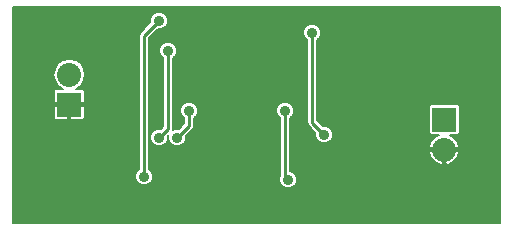
<source format=gbr>
G04 #@! TF.FileFunction,Copper,L2,Bot,Signal*
%FSLAX46Y46*%
G04 Gerber Fmt 4.6, Leading zero omitted, Abs format (unit mm)*
G04 Created by KiCad (PCBNEW (after 2015-mar-04 BZR unknown)-product) date 9/30/2016 11:15:59 AM*
%MOMM*%
G01*
G04 APERTURE LIST*
%ADD10C,0.150000*%
%ADD11R,2.032000X2.032000*%
%ADD12O,2.032000X2.032000*%
%ADD13C,0.889000*%
%ADD14C,0.254000*%
%ADD15C,0.203200*%
G04 APERTURE END LIST*
D10*
D11*
X5080000Y-8636000D03*
D12*
X5080000Y-6096000D03*
D11*
X36830000Y-9906000D03*
D12*
X36830000Y-12446000D03*
D13*
X23622000Y-14986000D03*
X23368000Y-9144000D03*
X17526000Y-12954000D03*
X34036000Y-14732000D03*
X24638000Y-8636000D03*
X28448000Y-11684000D03*
X31750000Y-12700000D03*
X25654000Y-2540000D03*
X26670000Y-11176000D03*
X13462000Y-4064000D03*
X12700000Y-11430000D03*
X12700000Y-1524000D03*
X11430000Y-14732000D03*
X15240000Y-9144000D03*
X14224000Y-11430000D03*
D14*
X23368000Y-14732000D02*
X23368000Y-9144000D01*
X23622000Y-14986000D02*
X23368000Y-14732000D01*
X25654000Y-10160000D02*
X25654000Y-2540000D01*
X26670000Y-11176000D02*
X25654000Y-10160000D01*
X13462000Y-4064000D02*
X13462000Y-5842000D01*
X13462000Y-10668000D02*
X13462000Y-5842000D01*
X12700000Y-11430000D02*
X13462000Y-10668000D01*
X11430000Y-2794000D02*
X12700000Y-1524000D01*
X11430000Y-14732000D02*
X11430000Y-2794000D01*
X15240000Y-10414000D02*
X15240000Y-9144000D01*
X14224000Y-11430000D02*
X15240000Y-10414000D01*
D15*
G36*
X41555200Y-18695200D02*
X38156771Y-18695200D01*
X38156771Y-10922000D01*
X38156771Y-8890000D01*
X38134222Y-8773781D01*
X38067123Y-8671635D01*
X37965827Y-8603259D01*
X37846000Y-8579229D01*
X35814000Y-8579229D01*
X35697781Y-8601778D01*
X35595635Y-8668877D01*
X35527259Y-8770173D01*
X35503229Y-8890000D01*
X35503229Y-10922000D01*
X35525778Y-11038219D01*
X35592877Y-11140365D01*
X35694173Y-11208741D01*
X35814000Y-11232771D01*
X36369676Y-11232771D01*
X36065645Y-11368830D01*
X35711613Y-11743331D01*
X35542326Y-12152044D01*
X35588579Y-12357100D01*
X36741100Y-12357100D01*
X36741100Y-12337100D01*
X36918900Y-12337100D01*
X36918900Y-12357100D01*
X38071421Y-12357100D01*
X38117674Y-12152044D01*
X37948387Y-11743331D01*
X37594355Y-11368830D01*
X37290323Y-11232771D01*
X37846000Y-11232771D01*
X37962219Y-11210222D01*
X38064365Y-11143123D01*
X38132741Y-11041827D01*
X38156771Y-10922000D01*
X38156771Y-18695200D01*
X38117674Y-18695200D01*
X38117674Y-12739956D01*
X38071421Y-12534900D01*
X36918900Y-12534900D01*
X36918900Y-13687612D01*
X37123957Y-13733681D01*
X37594355Y-13523170D01*
X37948387Y-13148669D01*
X38117674Y-12739956D01*
X38117674Y-18695200D01*
X36741100Y-18695200D01*
X36741100Y-13687612D01*
X36741100Y-12534900D01*
X35588579Y-12534900D01*
X35542326Y-12739956D01*
X35711613Y-13148669D01*
X36065645Y-13523170D01*
X36536043Y-13733681D01*
X36741100Y-13687612D01*
X36741100Y-18695200D01*
X27419430Y-18695200D01*
X27419430Y-11027609D01*
X27305596Y-10752110D01*
X27094999Y-10541144D01*
X26819699Y-10426830D01*
X26531236Y-10426578D01*
X26085800Y-9981142D01*
X26085800Y-3167699D01*
X26288856Y-2964999D01*
X26403170Y-2689699D01*
X26403430Y-2391609D01*
X26289596Y-2116110D01*
X26078999Y-1905144D01*
X25803699Y-1790830D01*
X25505609Y-1790570D01*
X25230110Y-1904404D01*
X25019144Y-2115001D01*
X24904830Y-2390301D01*
X24904570Y-2688391D01*
X25018404Y-2963890D01*
X25222200Y-3168043D01*
X25222200Y-10160000D01*
X25255069Y-10325243D01*
X25348671Y-10465329D01*
X25920820Y-11037478D01*
X25920570Y-11324391D01*
X26034404Y-11599890D01*
X26245001Y-11810856D01*
X26520301Y-11925170D01*
X26818391Y-11925430D01*
X27093890Y-11811596D01*
X27304856Y-11600999D01*
X27419170Y-11325699D01*
X27419430Y-11027609D01*
X27419430Y-18695200D01*
X24371430Y-18695200D01*
X24371430Y-14837609D01*
X24257596Y-14562110D01*
X24046999Y-14351144D01*
X23799800Y-14248498D01*
X23799800Y-9771699D01*
X24002856Y-9568999D01*
X24117170Y-9293699D01*
X24117430Y-8995609D01*
X24003596Y-8720110D01*
X23792999Y-8509144D01*
X23517699Y-8394830D01*
X23219609Y-8394570D01*
X22944110Y-8508404D01*
X22733144Y-8719001D01*
X22618830Y-8994301D01*
X22618570Y-9292391D01*
X22732404Y-9567890D01*
X22936200Y-9772043D01*
X22936200Y-14683688D01*
X22872830Y-14836301D01*
X22872570Y-15134391D01*
X22986404Y-15409890D01*
X23197001Y-15620856D01*
X23472301Y-15735170D01*
X23770391Y-15735430D01*
X24045890Y-15621596D01*
X24256856Y-15410999D01*
X24371170Y-15135699D01*
X24371430Y-14837609D01*
X24371430Y-18695200D01*
X15989430Y-18695200D01*
X15989430Y-8995609D01*
X15875596Y-8720110D01*
X15664999Y-8509144D01*
X15389699Y-8394830D01*
X15091609Y-8394570D01*
X14816110Y-8508404D01*
X14605144Y-8719001D01*
X14490830Y-8994301D01*
X14490570Y-9292391D01*
X14604404Y-9567890D01*
X14808200Y-9772043D01*
X14808200Y-10235142D01*
X14362521Y-10680820D01*
X14075609Y-10680570D01*
X13874795Y-10763544D01*
X13893800Y-10668000D01*
X13893801Y-10668000D01*
X13893800Y-10667994D01*
X13893800Y-5842000D01*
X13893800Y-4691699D01*
X14096856Y-4488999D01*
X14211170Y-4213699D01*
X14211430Y-3915609D01*
X14097596Y-3640110D01*
X13886999Y-3429144D01*
X13611699Y-3314830D01*
X13449430Y-3314688D01*
X13449430Y-1375609D01*
X13335596Y-1100110D01*
X13124999Y-889144D01*
X12849699Y-774830D01*
X12551609Y-774570D01*
X12276110Y-888404D01*
X12065144Y-1099001D01*
X11950830Y-1374301D01*
X11950578Y-1662763D01*
X11124671Y-2488671D01*
X11031069Y-2628757D01*
X10998200Y-2794000D01*
X10998200Y-14104300D01*
X10795144Y-14307001D01*
X10680830Y-14582301D01*
X10680570Y-14880391D01*
X10794404Y-15155890D01*
X11005001Y-15366856D01*
X11280301Y-15481170D01*
X11578391Y-15481430D01*
X11853890Y-15367596D01*
X12064856Y-15156999D01*
X12179170Y-14881699D01*
X12179430Y-14583609D01*
X12065596Y-14308110D01*
X11861800Y-14103956D01*
X11861800Y-2972858D01*
X12561478Y-2273179D01*
X12848391Y-2273430D01*
X13123890Y-2159596D01*
X13334856Y-1948999D01*
X13449170Y-1673699D01*
X13449430Y-1375609D01*
X13449430Y-3314688D01*
X13313609Y-3314570D01*
X13038110Y-3428404D01*
X12827144Y-3639001D01*
X12712830Y-3914301D01*
X12712570Y-4212391D01*
X12826404Y-4487890D01*
X13030200Y-4692043D01*
X13030200Y-5842000D01*
X13030200Y-10489142D01*
X12838521Y-10680820D01*
X12551609Y-10680570D01*
X12276110Y-10794404D01*
X12065144Y-11005001D01*
X11950830Y-11280301D01*
X11950570Y-11578391D01*
X12064404Y-11853890D01*
X12275001Y-12064856D01*
X12550301Y-12179170D01*
X12848391Y-12179430D01*
X13123890Y-12065596D01*
X13334856Y-11854999D01*
X13449170Y-11579699D01*
X13449421Y-11291236D01*
X13485107Y-11255550D01*
X13474830Y-11280301D01*
X13474570Y-11578391D01*
X13588404Y-11853890D01*
X13799001Y-12064856D01*
X14074301Y-12179170D01*
X14372391Y-12179430D01*
X14647890Y-12065596D01*
X14858856Y-11854999D01*
X14973170Y-11579699D01*
X14973421Y-11291236D01*
X15545329Y-10719329D01*
X15638931Y-10579243D01*
X15638931Y-10579242D01*
X15671800Y-10414000D01*
X15671800Y-9771699D01*
X15874856Y-9568999D01*
X15989170Y-9293699D01*
X15989430Y-8995609D01*
X15989430Y-18695200D01*
X6426676Y-18695200D01*
X6426676Y-6096000D01*
X6326136Y-5590552D01*
X6039823Y-5162053D01*
X5611324Y-4875740D01*
X5105876Y-4775200D01*
X5054124Y-4775200D01*
X4548676Y-4875740D01*
X4120177Y-5162053D01*
X3833864Y-5590552D01*
X3733324Y-6096000D01*
X3833864Y-6601448D01*
X4120177Y-7029947D01*
X4547089Y-7315200D01*
X4003372Y-7315200D01*
X3891345Y-7361603D01*
X3805603Y-7447344D01*
X3759200Y-7559371D01*
X3759200Y-7680628D01*
X3759200Y-8470900D01*
X3835400Y-8547100D01*
X4991100Y-8547100D01*
X4991100Y-8527100D01*
X5168900Y-8527100D01*
X5168900Y-8547100D01*
X6324600Y-8547100D01*
X6400800Y-8470900D01*
X6400800Y-7680628D01*
X6400800Y-7559371D01*
X6354397Y-7447344D01*
X6268655Y-7361603D01*
X6156628Y-7315200D01*
X5612910Y-7315200D01*
X6039823Y-7029947D01*
X6326136Y-6601448D01*
X6426676Y-6096000D01*
X6426676Y-18695200D01*
X6400800Y-18695200D01*
X6400800Y-9712629D01*
X6400800Y-9591372D01*
X6400800Y-8801100D01*
X6324600Y-8724900D01*
X5168900Y-8724900D01*
X5168900Y-9880600D01*
X5245100Y-9956800D01*
X6156628Y-9956800D01*
X6268655Y-9910397D01*
X6354397Y-9824656D01*
X6400800Y-9712629D01*
X6400800Y-18695200D01*
X4991100Y-18695200D01*
X4991100Y-9880600D01*
X4991100Y-8724900D01*
X3835400Y-8724900D01*
X3759200Y-8801100D01*
X3759200Y-9591372D01*
X3759200Y-9712629D01*
X3805603Y-9824656D01*
X3891345Y-9910397D01*
X4003372Y-9956800D01*
X4914900Y-9956800D01*
X4991100Y-9880600D01*
X4991100Y-18695200D01*
X354800Y-18695200D01*
X354800Y-354800D01*
X41555200Y-354800D01*
X41555200Y-18695200D01*
X41555200Y-18695200D01*
G37*
X41555200Y-18695200D02*
X38156771Y-18695200D01*
X38156771Y-10922000D01*
X38156771Y-8890000D01*
X38134222Y-8773781D01*
X38067123Y-8671635D01*
X37965827Y-8603259D01*
X37846000Y-8579229D01*
X35814000Y-8579229D01*
X35697781Y-8601778D01*
X35595635Y-8668877D01*
X35527259Y-8770173D01*
X35503229Y-8890000D01*
X35503229Y-10922000D01*
X35525778Y-11038219D01*
X35592877Y-11140365D01*
X35694173Y-11208741D01*
X35814000Y-11232771D01*
X36369676Y-11232771D01*
X36065645Y-11368830D01*
X35711613Y-11743331D01*
X35542326Y-12152044D01*
X35588579Y-12357100D01*
X36741100Y-12357100D01*
X36741100Y-12337100D01*
X36918900Y-12337100D01*
X36918900Y-12357100D01*
X38071421Y-12357100D01*
X38117674Y-12152044D01*
X37948387Y-11743331D01*
X37594355Y-11368830D01*
X37290323Y-11232771D01*
X37846000Y-11232771D01*
X37962219Y-11210222D01*
X38064365Y-11143123D01*
X38132741Y-11041827D01*
X38156771Y-10922000D01*
X38156771Y-18695200D01*
X38117674Y-18695200D01*
X38117674Y-12739956D01*
X38071421Y-12534900D01*
X36918900Y-12534900D01*
X36918900Y-13687612D01*
X37123957Y-13733681D01*
X37594355Y-13523170D01*
X37948387Y-13148669D01*
X38117674Y-12739956D01*
X38117674Y-18695200D01*
X36741100Y-18695200D01*
X36741100Y-13687612D01*
X36741100Y-12534900D01*
X35588579Y-12534900D01*
X35542326Y-12739956D01*
X35711613Y-13148669D01*
X36065645Y-13523170D01*
X36536043Y-13733681D01*
X36741100Y-13687612D01*
X36741100Y-18695200D01*
X27419430Y-18695200D01*
X27419430Y-11027609D01*
X27305596Y-10752110D01*
X27094999Y-10541144D01*
X26819699Y-10426830D01*
X26531236Y-10426578D01*
X26085800Y-9981142D01*
X26085800Y-3167699D01*
X26288856Y-2964999D01*
X26403170Y-2689699D01*
X26403430Y-2391609D01*
X26289596Y-2116110D01*
X26078999Y-1905144D01*
X25803699Y-1790830D01*
X25505609Y-1790570D01*
X25230110Y-1904404D01*
X25019144Y-2115001D01*
X24904830Y-2390301D01*
X24904570Y-2688391D01*
X25018404Y-2963890D01*
X25222200Y-3168043D01*
X25222200Y-10160000D01*
X25255069Y-10325243D01*
X25348671Y-10465329D01*
X25920820Y-11037478D01*
X25920570Y-11324391D01*
X26034404Y-11599890D01*
X26245001Y-11810856D01*
X26520301Y-11925170D01*
X26818391Y-11925430D01*
X27093890Y-11811596D01*
X27304856Y-11600999D01*
X27419170Y-11325699D01*
X27419430Y-11027609D01*
X27419430Y-18695200D01*
X24371430Y-18695200D01*
X24371430Y-14837609D01*
X24257596Y-14562110D01*
X24046999Y-14351144D01*
X23799800Y-14248498D01*
X23799800Y-9771699D01*
X24002856Y-9568999D01*
X24117170Y-9293699D01*
X24117430Y-8995609D01*
X24003596Y-8720110D01*
X23792999Y-8509144D01*
X23517699Y-8394830D01*
X23219609Y-8394570D01*
X22944110Y-8508404D01*
X22733144Y-8719001D01*
X22618830Y-8994301D01*
X22618570Y-9292391D01*
X22732404Y-9567890D01*
X22936200Y-9772043D01*
X22936200Y-14683688D01*
X22872830Y-14836301D01*
X22872570Y-15134391D01*
X22986404Y-15409890D01*
X23197001Y-15620856D01*
X23472301Y-15735170D01*
X23770391Y-15735430D01*
X24045890Y-15621596D01*
X24256856Y-15410999D01*
X24371170Y-15135699D01*
X24371430Y-14837609D01*
X24371430Y-18695200D01*
X15989430Y-18695200D01*
X15989430Y-8995609D01*
X15875596Y-8720110D01*
X15664999Y-8509144D01*
X15389699Y-8394830D01*
X15091609Y-8394570D01*
X14816110Y-8508404D01*
X14605144Y-8719001D01*
X14490830Y-8994301D01*
X14490570Y-9292391D01*
X14604404Y-9567890D01*
X14808200Y-9772043D01*
X14808200Y-10235142D01*
X14362521Y-10680820D01*
X14075609Y-10680570D01*
X13874795Y-10763544D01*
X13893800Y-10668000D01*
X13893801Y-10668000D01*
X13893800Y-10667994D01*
X13893800Y-5842000D01*
X13893800Y-4691699D01*
X14096856Y-4488999D01*
X14211170Y-4213699D01*
X14211430Y-3915609D01*
X14097596Y-3640110D01*
X13886999Y-3429144D01*
X13611699Y-3314830D01*
X13449430Y-3314688D01*
X13449430Y-1375609D01*
X13335596Y-1100110D01*
X13124999Y-889144D01*
X12849699Y-774830D01*
X12551609Y-774570D01*
X12276110Y-888404D01*
X12065144Y-1099001D01*
X11950830Y-1374301D01*
X11950578Y-1662763D01*
X11124671Y-2488671D01*
X11031069Y-2628757D01*
X10998200Y-2794000D01*
X10998200Y-14104300D01*
X10795144Y-14307001D01*
X10680830Y-14582301D01*
X10680570Y-14880391D01*
X10794404Y-15155890D01*
X11005001Y-15366856D01*
X11280301Y-15481170D01*
X11578391Y-15481430D01*
X11853890Y-15367596D01*
X12064856Y-15156999D01*
X12179170Y-14881699D01*
X12179430Y-14583609D01*
X12065596Y-14308110D01*
X11861800Y-14103956D01*
X11861800Y-2972858D01*
X12561478Y-2273179D01*
X12848391Y-2273430D01*
X13123890Y-2159596D01*
X13334856Y-1948999D01*
X13449170Y-1673699D01*
X13449430Y-1375609D01*
X13449430Y-3314688D01*
X13313609Y-3314570D01*
X13038110Y-3428404D01*
X12827144Y-3639001D01*
X12712830Y-3914301D01*
X12712570Y-4212391D01*
X12826404Y-4487890D01*
X13030200Y-4692043D01*
X13030200Y-5842000D01*
X13030200Y-10489142D01*
X12838521Y-10680820D01*
X12551609Y-10680570D01*
X12276110Y-10794404D01*
X12065144Y-11005001D01*
X11950830Y-11280301D01*
X11950570Y-11578391D01*
X12064404Y-11853890D01*
X12275001Y-12064856D01*
X12550301Y-12179170D01*
X12848391Y-12179430D01*
X13123890Y-12065596D01*
X13334856Y-11854999D01*
X13449170Y-11579699D01*
X13449421Y-11291236D01*
X13485107Y-11255550D01*
X13474830Y-11280301D01*
X13474570Y-11578391D01*
X13588404Y-11853890D01*
X13799001Y-12064856D01*
X14074301Y-12179170D01*
X14372391Y-12179430D01*
X14647890Y-12065596D01*
X14858856Y-11854999D01*
X14973170Y-11579699D01*
X14973421Y-11291236D01*
X15545329Y-10719329D01*
X15638931Y-10579243D01*
X15638931Y-10579242D01*
X15671800Y-10414000D01*
X15671800Y-9771699D01*
X15874856Y-9568999D01*
X15989170Y-9293699D01*
X15989430Y-8995609D01*
X15989430Y-18695200D01*
X6426676Y-18695200D01*
X6426676Y-6096000D01*
X6326136Y-5590552D01*
X6039823Y-5162053D01*
X5611324Y-4875740D01*
X5105876Y-4775200D01*
X5054124Y-4775200D01*
X4548676Y-4875740D01*
X4120177Y-5162053D01*
X3833864Y-5590552D01*
X3733324Y-6096000D01*
X3833864Y-6601448D01*
X4120177Y-7029947D01*
X4547089Y-7315200D01*
X4003372Y-7315200D01*
X3891345Y-7361603D01*
X3805603Y-7447344D01*
X3759200Y-7559371D01*
X3759200Y-7680628D01*
X3759200Y-8470900D01*
X3835400Y-8547100D01*
X4991100Y-8547100D01*
X4991100Y-8527100D01*
X5168900Y-8527100D01*
X5168900Y-8547100D01*
X6324600Y-8547100D01*
X6400800Y-8470900D01*
X6400800Y-7680628D01*
X6400800Y-7559371D01*
X6354397Y-7447344D01*
X6268655Y-7361603D01*
X6156628Y-7315200D01*
X5612910Y-7315200D01*
X6039823Y-7029947D01*
X6326136Y-6601448D01*
X6426676Y-6096000D01*
X6426676Y-18695200D01*
X6400800Y-18695200D01*
X6400800Y-9712629D01*
X6400800Y-9591372D01*
X6400800Y-8801100D01*
X6324600Y-8724900D01*
X5168900Y-8724900D01*
X5168900Y-9880600D01*
X5245100Y-9956800D01*
X6156628Y-9956800D01*
X6268655Y-9910397D01*
X6354397Y-9824656D01*
X6400800Y-9712629D01*
X6400800Y-18695200D01*
X4991100Y-18695200D01*
X4991100Y-9880600D01*
X4991100Y-8724900D01*
X3835400Y-8724900D01*
X3759200Y-8801100D01*
X3759200Y-9591372D01*
X3759200Y-9712629D01*
X3805603Y-9824656D01*
X3891345Y-9910397D01*
X4003372Y-9956800D01*
X4914900Y-9956800D01*
X4991100Y-9880600D01*
X4991100Y-18695200D01*
X354800Y-18695200D01*
X354800Y-354800D01*
X41555200Y-354800D01*
X41555200Y-18695200D01*
M02*

</source>
